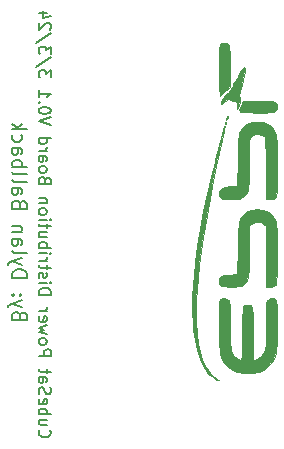
<source format=gbr>
%TF.GenerationSoftware,KiCad,Pcbnew,(6.0.5-0)*%
%TF.CreationDate,2024-03-03T20:53:33-05:00*%
%TF.ProjectId,power_PCB_v0.1,706f7765-725f-4504-9342-5f76302e312e,rev?*%
%TF.SameCoordinates,Original*%
%TF.FileFunction,Legend,Bot*%
%TF.FilePolarity,Positive*%
%FSLAX46Y46*%
G04 Gerber Fmt 4.6, Leading zero omitted, Abs format (unit mm)*
G04 Created by KiCad (PCBNEW (6.0.5-0)) date 2024-03-03 20:53:33*
%MOMM*%
%LPD*%
G01*
G04 APERTURE LIST*
%ADD10C,0.150000*%
%ADD11C,0.010000*%
G04 APERTURE END LIST*
D10*
X130735714Y-99635714D02*
X130678571Y-99464285D01*
X130621428Y-99407142D01*
X130507142Y-99350000D01*
X130335714Y-99350000D01*
X130221428Y-99407142D01*
X130164285Y-99464285D01*
X130107142Y-99578571D01*
X130107142Y-100035714D01*
X131307142Y-100035714D01*
X131307142Y-99635714D01*
X131250000Y-99521428D01*
X131192857Y-99464285D01*
X131078571Y-99407142D01*
X130964285Y-99407142D01*
X130850000Y-99464285D01*
X130792857Y-99521428D01*
X130735714Y-99635714D01*
X130735714Y-100035714D01*
X130907142Y-98950000D02*
X130107142Y-98664285D01*
X130907142Y-98378571D02*
X130107142Y-98664285D01*
X129821428Y-98778571D01*
X129764285Y-98835714D01*
X129707142Y-98950000D01*
X130221428Y-97921428D02*
X130164285Y-97864285D01*
X130107142Y-97921428D01*
X130164285Y-97978571D01*
X130221428Y-97921428D01*
X130107142Y-97921428D01*
X130850000Y-97921428D02*
X130792857Y-97864285D01*
X130735714Y-97921428D01*
X130792857Y-97978571D01*
X130850000Y-97921428D01*
X130735714Y-97921428D01*
X130107142Y-96435714D02*
X131307142Y-96435714D01*
X131307142Y-96150000D01*
X131250000Y-95978571D01*
X131135714Y-95864285D01*
X131021428Y-95807142D01*
X130792857Y-95750000D01*
X130621428Y-95750000D01*
X130392857Y-95807142D01*
X130278571Y-95864285D01*
X130164285Y-95978571D01*
X130107142Y-96150000D01*
X130107142Y-96435714D01*
X130907142Y-95350000D02*
X130107142Y-95064285D01*
X130907142Y-94778571D02*
X130107142Y-95064285D01*
X129821428Y-95178571D01*
X129764285Y-95235714D01*
X129707142Y-95350000D01*
X130107142Y-94150000D02*
X130164285Y-94264285D01*
X130278571Y-94321428D01*
X131307142Y-94321428D01*
X130107142Y-93178571D02*
X130735714Y-93178571D01*
X130850000Y-93235714D01*
X130907142Y-93350000D01*
X130907142Y-93578571D01*
X130850000Y-93692857D01*
X130164285Y-93178571D02*
X130107142Y-93292857D01*
X130107142Y-93578571D01*
X130164285Y-93692857D01*
X130278571Y-93750000D01*
X130392857Y-93750000D01*
X130507142Y-93692857D01*
X130564285Y-93578571D01*
X130564285Y-93292857D01*
X130621428Y-93178571D01*
X130907142Y-92607142D02*
X130107142Y-92607142D01*
X130792857Y-92607142D02*
X130850000Y-92550000D01*
X130907142Y-92435714D01*
X130907142Y-92264285D01*
X130850000Y-92150000D01*
X130735714Y-92092857D01*
X130107142Y-92092857D01*
X130735714Y-90207142D02*
X130678571Y-90035714D01*
X130621428Y-89978571D01*
X130507142Y-89921428D01*
X130335714Y-89921428D01*
X130221428Y-89978571D01*
X130164285Y-90035714D01*
X130107142Y-90150000D01*
X130107142Y-90607142D01*
X131307142Y-90607142D01*
X131307142Y-90207142D01*
X131250000Y-90092857D01*
X131192857Y-90035714D01*
X131078571Y-89978571D01*
X130964285Y-89978571D01*
X130850000Y-90035714D01*
X130792857Y-90092857D01*
X130735714Y-90207142D01*
X130735714Y-90607142D01*
X130107142Y-88892857D02*
X130735714Y-88892857D01*
X130850000Y-88950000D01*
X130907142Y-89064285D01*
X130907142Y-89292857D01*
X130850000Y-89407142D01*
X130164285Y-88892857D02*
X130107142Y-89007142D01*
X130107142Y-89292857D01*
X130164285Y-89407142D01*
X130278571Y-89464285D01*
X130392857Y-89464285D01*
X130507142Y-89407142D01*
X130564285Y-89292857D01*
X130564285Y-89007142D01*
X130621428Y-88892857D01*
X130107142Y-88150000D02*
X130164285Y-88264285D01*
X130278571Y-88321428D01*
X131307142Y-88321428D01*
X130107142Y-87521428D02*
X130164285Y-87635714D01*
X130278571Y-87692857D01*
X131307142Y-87692857D01*
X130107142Y-87064285D02*
X131307142Y-87064285D01*
X130850000Y-87064285D02*
X130907142Y-86950000D01*
X130907142Y-86721428D01*
X130850000Y-86607142D01*
X130792857Y-86550000D01*
X130678571Y-86492857D01*
X130335714Y-86492857D01*
X130221428Y-86550000D01*
X130164285Y-86607142D01*
X130107142Y-86721428D01*
X130107142Y-86950000D01*
X130164285Y-87064285D01*
X130107142Y-85464285D02*
X130735714Y-85464285D01*
X130850000Y-85521428D01*
X130907142Y-85635714D01*
X130907142Y-85864285D01*
X130850000Y-85978571D01*
X130164285Y-85464285D02*
X130107142Y-85578571D01*
X130107142Y-85864285D01*
X130164285Y-85978571D01*
X130278571Y-86035714D01*
X130392857Y-86035714D01*
X130507142Y-85978571D01*
X130564285Y-85864285D01*
X130564285Y-85578571D01*
X130621428Y-85464285D01*
X130164285Y-84378571D02*
X130107142Y-84492857D01*
X130107142Y-84721428D01*
X130164285Y-84835714D01*
X130221428Y-84892857D01*
X130335714Y-84950000D01*
X130678571Y-84950000D01*
X130792857Y-84892857D01*
X130850000Y-84835714D01*
X130907142Y-84721428D01*
X130907142Y-84492857D01*
X130850000Y-84378571D01*
X130107142Y-83864285D02*
X131307142Y-83864285D01*
X130564285Y-83750000D02*
X130107142Y-83407142D01*
X130907142Y-83407142D02*
X130450000Y-83864285D01*
X132442857Y-109354761D02*
X132395238Y-109402380D01*
X132347619Y-109545238D01*
X132347619Y-109640476D01*
X132395238Y-109783333D01*
X132490476Y-109878571D01*
X132585714Y-109926190D01*
X132776190Y-109973809D01*
X132919047Y-109973809D01*
X133109523Y-109926190D01*
X133204761Y-109878571D01*
X133300000Y-109783333D01*
X133347619Y-109640476D01*
X133347619Y-109545238D01*
X133300000Y-109402380D01*
X133252380Y-109354761D01*
X133014285Y-108497619D02*
X132347619Y-108497619D01*
X133014285Y-108926190D02*
X132490476Y-108926190D01*
X132395238Y-108878571D01*
X132347619Y-108783333D01*
X132347619Y-108640476D01*
X132395238Y-108545238D01*
X132442857Y-108497619D01*
X132347619Y-108021428D02*
X133347619Y-108021428D01*
X132966666Y-108021428D02*
X133014285Y-107926190D01*
X133014285Y-107735714D01*
X132966666Y-107640476D01*
X132919047Y-107592857D01*
X132823809Y-107545238D01*
X132538095Y-107545238D01*
X132442857Y-107592857D01*
X132395238Y-107640476D01*
X132347619Y-107735714D01*
X132347619Y-107926190D01*
X132395238Y-108021428D01*
X132395238Y-106735714D02*
X132347619Y-106830952D01*
X132347619Y-107021428D01*
X132395238Y-107116666D01*
X132490476Y-107164285D01*
X132871428Y-107164285D01*
X132966666Y-107116666D01*
X133014285Y-107021428D01*
X133014285Y-106830952D01*
X132966666Y-106735714D01*
X132871428Y-106688095D01*
X132776190Y-106688095D01*
X132680952Y-107164285D01*
X132395238Y-106307142D02*
X132347619Y-106164285D01*
X132347619Y-105926190D01*
X132395238Y-105830952D01*
X132442857Y-105783333D01*
X132538095Y-105735714D01*
X132633333Y-105735714D01*
X132728571Y-105783333D01*
X132776190Y-105830952D01*
X132823809Y-105926190D01*
X132871428Y-106116666D01*
X132919047Y-106211904D01*
X132966666Y-106259523D01*
X133061904Y-106307142D01*
X133157142Y-106307142D01*
X133252380Y-106259523D01*
X133300000Y-106211904D01*
X133347619Y-106116666D01*
X133347619Y-105878571D01*
X133300000Y-105735714D01*
X132347619Y-104878571D02*
X132871428Y-104878571D01*
X132966666Y-104926190D01*
X133014285Y-105021428D01*
X133014285Y-105211904D01*
X132966666Y-105307142D01*
X132395238Y-104878571D02*
X132347619Y-104973809D01*
X132347619Y-105211904D01*
X132395238Y-105307142D01*
X132490476Y-105354761D01*
X132585714Y-105354761D01*
X132680952Y-105307142D01*
X132728571Y-105211904D01*
X132728571Y-104973809D01*
X132776190Y-104878571D01*
X133014285Y-104545238D02*
X133014285Y-104164285D01*
X133347619Y-104402380D02*
X132490476Y-104402380D01*
X132395238Y-104354761D01*
X132347619Y-104259523D01*
X132347619Y-104164285D01*
X132347619Y-103069047D02*
X133347619Y-103069047D01*
X133347619Y-102688095D01*
X133300000Y-102592857D01*
X133252380Y-102545238D01*
X133157142Y-102497619D01*
X133014285Y-102497619D01*
X132919047Y-102545238D01*
X132871428Y-102592857D01*
X132823809Y-102688095D01*
X132823809Y-103069047D01*
X132347619Y-101926190D02*
X132395238Y-102021428D01*
X132442857Y-102069047D01*
X132538095Y-102116666D01*
X132823809Y-102116666D01*
X132919047Y-102069047D01*
X132966666Y-102021428D01*
X133014285Y-101926190D01*
X133014285Y-101783333D01*
X132966666Y-101688095D01*
X132919047Y-101640476D01*
X132823809Y-101592857D01*
X132538095Y-101592857D01*
X132442857Y-101640476D01*
X132395238Y-101688095D01*
X132347619Y-101783333D01*
X132347619Y-101926190D01*
X133014285Y-101259523D02*
X132347619Y-101069047D01*
X132823809Y-100878571D01*
X132347619Y-100688095D01*
X133014285Y-100497619D01*
X132395238Y-99735714D02*
X132347619Y-99830952D01*
X132347619Y-100021428D01*
X132395238Y-100116666D01*
X132490476Y-100164285D01*
X132871428Y-100164285D01*
X132966666Y-100116666D01*
X133014285Y-100021428D01*
X133014285Y-99830952D01*
X132966666Y-99735714D01*
X132871428Y-99688095D01*
X132776190Y-99688095D01*
X132680952Y-100164285D01*
X132347619Y-99259523D02*
X133014285Y-99259523D01*
X132823809Y-99259523D02*
X132919047Y-99211904D01*
X132966666Y-99164285D01*
X133014285Y-99069047D01*
X133014285Y-98973809D01*
X132347619Y-97878571D02*
X133347619Y-97878571D01*
X133347619Y-97640476D01*
X133300000Y-97497619D01*
X133204761Y-97402380D01*
X133109523Y-97354761D01*
X132919047Y-97307142D01*
X132776190Y-97307142D01*
X132585714Y-97354761D01*
X132490476Y-97402380D01*
X132395238Y-97497619D01*
X132347619Y-97640476D01*
X132347619Y-97878571D01*
X132347619Y-96878571D02*
X133014285Y-96878571D01*
X133347619Y-96878571D02*
X133300000Y-96926190D01*
X133252380Y-96878571D01*
X133300000Y-96830952D01*
X133347619Y-96878571D01*
X133252380Y-96878571D01*
X132395238Y-96450000D02*
X132347619Y-96354761D01*
X132347619Y-96164285D01*
X132395238Y-96069047D01*
X132490476Y-96021428D01*
X132538095Y-96021428D01*
X132633333Y-96069047D01*
X132680952Y-96164285D01*
X132680952Y-96307142D01*
X132728571Y-96402380D01*
X132823809Y-96450000D01*
X132871428Y-96450000D01*
X132966666Y-96402380D01*
X133014285Y-96307142D01*
X133014285Y-96164285D01*
X132966666Y-96069047D01*
X133014285Y-95735714D02*
X133014285Y-95354761D01*
X133347619Y-95592857D02*
X132490476Y-95592857D01*
X132395238Y-95545238D01*
X132347619Y-95450000D01*
X132347619Y-95354761D01*
X132347619Y-95021428D02*
X133014285Y-95021428D01*
X132823809Y-95021428D02*
X132919047Y-94973809D01*
X132966666Y-94926190D01*
X133014285Y-94830952D01*
X133014285Y-94735714D01*
X132347619Y-94402380D02*
X133014285Y-94402380D01*
X133347619Y-94402380D02*
X133300000Y-94450000D01*
X133252380Y-94402380D01*
X133300000Y-94354761D01*
X133347619Y-94402380D01*
X133252380Y-94402380D01*
X132347619Y-93926190D02*
X133347619Y-93926190D01*
X132966666Y-93926190D02*
X133014285Y-93830952D01*
X133014285Y-93640476D01*
X132966666Y-93545238D01*
X132919047Y-93497619D01*
X132823809Y-93450000D01*
X132538095Y-93450000D01*
X132442857Y-93497619D01*
X132395238Y-93545238D01*
X132347619Y-93640476D01*
X132347619Y-93830952D01*
X132395238Y-93926190D01*
X133014285Y-92592857D02*
X132347619Y-92592857D01*
X133014285Y-93021428D02*
X132490476Y-93021428D01*
X132395238Y-92973809D01*
X132347619Y-92878571D01*
X132347619Y-92735714D01*
X132395238Y-92640476D01*
X132442857Y-92592857D01*
X133014285Y-92259523D02*
X133014285Y-91878571D01*
X133347619Y-92116666D02*
X132490476Y-92116666D01*
X132395238Y-92069047D01*
X132347619Y-91973809D01*
X132347619Y-91878571D01*
X132347619Y-91545238D02*
X133014285Y-91545238D01*
X133347619Y-91545238D02*
X133300000Y-91592857D01*
X133252380Y-91545238D01*
X133300000Y-91497619D01*
X133347619Y-91545238D01*
X133252380Y-91545238D01*
X132347619Y-90926190D02*
X132395238Y-91021428D01*
X132442857Y-91069047D01*
X132538095Y-91116666D01*
X132823809Y-91116666D01*
X132919047Y-91069047D01*
X132966666Y-91021428D01*
X133014285Y-90926190D01*
X133014285Y-90783333D01*
X132966666Y-90688095D01*
X132919047Y-90640476D01*
X132823809Y-90592857D01*
X132538095Y-90592857D01*
X132442857Y-90640476D01*
X132395238Y-90688095D01*
X132347619Y-90783333D01*
X132347619Y-90926190D01*
X133014285Y-90164285D02*
X132347619Y-90164285D01*
X132919047Y-90164285D02*
X132966666Y-90116666D01*
X133014285Y-90021428D01*
X133014285Y-89878571D01*
X132966666Y-89783333D01*
X132871428Y-89735714D01*
X132347619Y-89735714D01*
X132871428Y-88164285D02*
X132823809Y-88021428D01*
X132776190Y-87973809D01*
X132680952Y-87926190D01*
X132538095Y-87926190D01*
X132442857Y-87973809D01*
X132395238Y-88021428D01*
X132347619Y-88116666D01*
X132347619Y-88497619D01*
X133347619Y-88497619D01*
X133347619Y-88164285D01*
X133300000Y-88069047D01*
X133252380Y-88021428D01*
X133157142Y-87973809D01*
X133061904Y-87973809D01*
X132966666Y-88021428D01*
X132919047Y-88069047D01*
X132871428Y-88164285D01*
X132871428Y-88497619D01*
X132347619Y-87354761D02*
X132395238Y-87450000D01*
X132442857Y-87497619D01*
X132538095Y-87545238D01*
X132823809Y-87545238D01*
X132919047Y-87497619D01*
X132966666Y-87450000D01*
X133014285Y-87354761D01*
X133014285Y-87211904D01*
X132966666Y-87116666D01*
X132919047Y-87069047D01*
X132823809Y-87021428D01*
X132538095Y-87021428D01*
X132442857Y-87069047D01*
X132395238Y-87116666D01*
X132347619Y-87211904D01*
X132347619Y-87354761D01*
X132347619Y-86164285D02*
X132871428Y-86164285D01*
X132966666Y-86211904D01*
X133014285Y-86307142D01*
X133014285Y-86497619D01*
X132966666Y-86592857D01*
X132395238Y-86164285D02*
X132347619Y-86259523D01*
X132347619Y-86497619D01*
X132395238Y-86592857D01*
X132490476Y-86640476D01*
X132585714Y-86640476D01*
X132680952Y-86592857D01*
X132728571Y-86497619D01*
X132728571Y-86259523D01*
X132776190Y-86164285D01*
X132347619Y-85688095D02*
X133014285Y-85688095D01*
X132823809Y-85688095D02*
X132919047Y-85640476D01*
X132966666Y-85592857D01*
X133014285Y-85497619D01*
X133014285Y-85402380D01*
X132347619Y-84640476D02*
X133347619Y-84640476D01*
X132395238Y-84640476D02*
X132347619Y-84735714D01*
X132347619Y-84926190D01*
X132395238Y-85021428D01*
X132442857Y-85069047D01*
X132538095Y-85116666D01*
X132823809Y-85116666D01*
X132919047Y-85069047D01*
X132966666Y-85021428D01*
X133014285Y-84926190D01*
X133014285Y-84735714D01*
X132966666Y-84640476D01*
X133347619Y-83545238D02*
X132347619Y-83211904D01*
X133347619Y-82878571D01*
X133347619Y-82354761D02*
X133347619Y-82259523D01*
X133300000Y-82164285D01*
X133252380Y-82116666D01*
X133157142Y-82069047D01*
X132966666Y-82021428D01*
X132728571Y-82021428D01*
X132538095Y-82069047D01*
X132442857Y-82116666D01*
X132395238Y-82164285D01*
X132347619Y-82259523D01*
X132347619Y-82354761D01*
X132395238Y-82450000D01*
X132442857Y-82497619D01*
X132538095Y-82545238D01*
X132728571Y-82592857D01*
X132966666Y-82592857D01*
X133157142Y-82545238D01*
X133252380Y-82497619D01*
X133300000Y-82450000D01*
X133347619Y-82354761D01*
X132442857Y-81592857D02*
X132395238Y-81545238D01*
X132347619Y-81592857D01*
X132395238Y-81640476D01*
X132442857Y-81592857D01*
X132347619Y-81592857D01*
X132347619Y-80592857D02*
X132347619Y-81164285D01*
X132347619Y-80878571D02*
X133347619Y-80878571D01*
X133204761Y-80973809D01*
X133109523Y-81069047D01*
X133061904Y-81164285D01*
X133347619Y-79497619D02*
X133347619Y-78878571D01*
X132966666Y-79211904D01*
X132966666Y-79069047D01*
X132919047Y-78973809D01*
X132871428Y-78926190D01*
X132776190Y-78878571D01*
X132538095Y-78878571D01*
X132442857Y-78926190D01*
X132395238Y-78973809D01*
X132347619Y-79069047D01*
X132347619Y-79354761D01*
X132395238Y-79450000D01*
X132442857Y-79497619D01*
X133395238Y-77735714D02*
X132109523Y-78592857D01*
X133347619Y-77497619D02*
X133347619Y-76878571D01*
X132966666Y-77211904D01*
X132966666Y-77069047D01*
X132919047Y-76973809D01*
X132871428Y-76926190D01*
X132776190Y-76878571D01*
X132538095Y-76878571D01*
X132442857Y-76926190D01*
X132395238Y-76973809D01*
X132347619Y-77069047D01*
X132347619Y-77354761D01*
X132395238Y-77450000D01*
X132442857Y-77497619D01*
X133395238Y-75735714D02*
X132109523Y-76592857D01*
X133252380Y-75450000D02*
X133300000Y-75402380D01*
X133347619Y-75307142D01*
X133347619Y-75069047D01*
X133300000Y-74973809D01*
X133252380Y-74926190D01*
X133157142Y-74878571D01*
X133061904Y-74878571D01*
X132919047Y-74926190D01*
X132347619Y-75497619D01*
X132347619Y-74878571D01*
X133014285Y-74021428D02*
X132347619Y-74021428D01*
X133395238Y-74259523D02*
X132680952Y-74497619D01*
X132680952Y-73878571D01*
%TO.C,G\u002A\u002A\u002A*%
G36*
X148142862Y-76551210D02*
G01*
X148272712Y-76589580D01*
X148369771Y-76680693D01*
X148438709Y-76843969D01*
X148484197Y-77098829D01*
X148510905Y-77464694D01*
X148523505Y-77960983D01*
X148526667Y-78607119D01*
X148526667Y-80292560D01*
X148129292Y-80662613D01*
X147934647Y-80841500D01*
X147778858Y-80979744D01*
X147711582Y-81032666D01*
X147687870Y-80968461D01*
X147655977Y-80799833D01*
X147651214Y-80752463D01*
X147640407Y-80535876D01*
X147630059Y-80190204D01*
X147620796Y-79743357D01*
X147613241Y-79223242D01*
X147608020Y-78657766D01*
X147606246Y-78370820D01*
X147605114Y-77783348D01*
X147611645Y-77337620D01*
X147629750Y-77014092D01*
X147663341Y-76793216D01*
X147716329Y-76655449D01*
X147792627Y-76581243D01*
X147896147Y-76551053D01*
X148030800Y-76545333D01*
X148142862Y-76551210D01*
G37*
D11*
X148142862Y-76551210D02*
X148272712Y-76589580D01*
X148369771Y-76680693D01*
X148438709Y-76843969D01*
X148484197Y-77098829D01*
X148510905Y-77464694D01*
X148523505Y-77960983D01*
X148526667Y-78607119D01*
X148526667Y-80292560D01*
X148129292Y-80662613D01*
X147934647Y-80841500D01*
X147778858Y-80979744D01*
X147711582Y-81032666D01*
X147687870Y-80968461D01*
X147655977Y-80799833D01*
X147651214Y-80752463D01*
X147640407Y-80535876D01*
X147630059Y-80190204D01*
X147620796Y-79743357D01*
X147613241Y-79223242D01*
X147608020Y-78657766D01*
X147606246Y-78370820D01*
X147605114Y-77783348D01*
X147611645Y-77337620D01*
X147629750Y-77014092D01*
X147663341Y-76793216D01*
X147716329Y-76655449D01*
X147792627Y-76581243D01*
X147896147Y-76551053D01*
X148030800Y-76545333D01*
X148142862Y-76551210D01*
G36*
X151352019Y-83298233D02*
G01*
X151782037Y-83450429D01*
X152102647Y-83712217D01*
X152334502Y-84096362D01*
X152367446Y-84176241D01*
X152410182Y-84303804D01*
X152443142Y-84452798D01*
X152467585Y-84644352D01*
X152484765Y-84899594D01*
X152495941Y-85239652D01*
X152502367Y-85685656D01*
X152505302Y-86258734D01*
X152506000Y-86980013D01*
X152505535Y-87702282D01*
X152501882Y-88317378D01*
X152491637Y-88796518D01*
X152471395Y-89156856D01*
X152437752Y-89415547D01*
X152387302Y-89589745D01*
X152316642Y-89696604D01*
X152222366Y-89753278D01*
X152101071Y-89776923D01*
X151949350Y-89784692D01*
X151617000Y-89795666D01*
X151574667Y-87213333D01*
X151570141Y-86955447D01*
X151556500Y-86326377D01*
X151540566Y-85758931D01*
X151523178Y-85274650D01*
X151505171Y-84895074D01*
X151487383Y-84641741D01*
X151470650Y-84536191D01*
X151403409Y-84466325D01*
X151185777Y-84350329D01*
X150919800Y-84281356D01*
X150685157Y-84284896D01*
X150511504Y-84356730D01*
X150302514Y-84506153D01*
X150297967Y-84510736D01*
X150247025Y-84572278D01*
X150207968Y-84654376D01*
X150179224Y-84778283D01*
X150159222Y-84965253D01*
X150146391Y-85236539D01*
X150139158Y-85613396D01*
X150135952Y-86117076D01*
X150135202Y-86768833D01*
X150134345Y-87272173D01*
X150128216Y-87884711D01*
X150112730Y-88363614D01*
X150083900Y-88730126D01*
X150037739Y-89005490D01*
X149970260Y-89210948D01*
X149877477Y-89367743D01*
X149755403Y-89497117D01*
X149600051Y-89620315D01*
X149585073Y-89631129D01*
X149436785Y-89714760D01*
X149252497Y-89764884D01*
X148987867Y-89789265D01*
X148598554Y-89795666D01*
X148448024Y-89795159D01*
X148124928Y-89786161D01*
X147920173Y-89760509D01*
X147796254Y-89711221D01*
X147715670Y-89631318D01*
X147640956Y-89480401D01*
X147595334Y-89242273D01*
X147596517Y-89197816D01*
X147654570Y-88986408D01*
X147815234Y-88844215D01*
X148099613Y-88759432D01*
X148528811Y-88720260D01*
X149161667Y-88695000D01*
X149204000Y-86493666D01*
X149207279Y-86324722D01*
X149220728Y-85687939D01*
X149234387Y-85192864D01*
X149250278Y-84817054D01*
X149270423Y-84538065D01*
X149296846Y-84333451D01*
X149331568Y-84180770D01*
X149376613Y-84057575D01*
X149434002Y-83941423D01*
X149593199Y-83706117D01*
X149939706Y-83426870D01*
X150396259Y-83274894D01*
X150964536Y-83249431D01*
X151352019Y-83298233D01*
G37*
X151352019Y-83298233D02*
X151782037Y-83450429D01*
X152102647Y-83712217D01*
X152334502Y-84096362D01*
X152367446Y-84176241D01*
X152410182Y-84303804D01*
X152443142Y-84452798D01*
X152467585Y-84644352D01*
X152484765Y-84899594D01*
X152495941Y-85239652D01*
X152502367Y-85685656D01*
X152505302Y-86258734D01*
X152506000Y-86980013D01*
X152505535Y-87702282D01*
X152501882Y-88317378D01*
X152491637Y-88796518D01*
X152471395Y-89156856D01*
X152437752Y-89415547D01*
X152387302Y-89589745D01*
X152316642Y-89696604D01*
X152222366Y-89753278D01*
X152101071Y-89776923D01*
X151949350Y-89784692D01*
X151617000Y-89795666D01*
X151574667Y-87213333D01*
X151570141Y-86955447D01*
X151556500Y-86326377D01*
X151540566Y-85758931D01*
X151523178Y-85274650D01*
X151505171Y-84895074D01*
X151487383Y-84641741D01*
X151470650Y-84536191D01*
X151403409Y-84466325D01*
X151185777Y-84350329D01*
X150919800Y-84281356D01*
X150685157Y-84284896D01*
X150511504Y-84356730D01*
X150302514Y-84506153D01*
X150297967Y-84510736D01*
X150247025Y-84572278D01*
X150207968Y-84654376D01*
X150179224Y-84778283D01*
X150159222Y-84965253D01*
X150146391Y-85236539D01*
X150139158Y-85613396D01*
X150135952Y-86117076D01*
X150135202Y-86768833D01*
X150134345Y-87272173D01*
X150128216Y-87884711D01*
X150112730Y-88363614D01*
X150083900Y-88730126D01*
X150037739Y-89005490D01*
X149970260Y-89210948D01*
X149877477Y-89367743D01*
X149755403Y-89497117D01*
X149600051Y-89620315D01*
X149585073Y-89631129D01*
X149436785Y-89714760D01*
X149252497Y-89764884D01*
X148987867Y-89789265D01*
X148598554Y-89795666D01*
X148448024Y-89795159D01*
X148124928Y-89786161D01*
X147920173Y-89760509D01*
X147796254Y-89711221D01*
X147715670Y-89631318D01*
X147640956Y-89480401D01*
X147595334Y-89242273D01*
X147596517Y-89197816D01*
X147654570Y-88986408D01*
X147815234Y-88844215D01*
X148099613Y-88759432D01*
X148528811Y-88720260D01*
X149161667Y-88695000D01*
X149204000Y-86493666D01*
X149207279Y-86324722D01*
X149220728Y-85687939D01*
X149234387Y-85192864D01*
X149250278Y-84817054D01*
X149270423Y-84538065D01*
X149296846Y-84333451D01*
X149331568Y-84180770D01*
X149376613Y-84057575D01*
X149434002Y-83941423D01*
X149593199Y-83706117D01*
X149939706Y-83426870D01*
X150396259Y-83274894D01*
X150964536Y-83249431D01*
X151352019Y-83298233D01*
G36*
X149797849Y-78769328D02*
G01*
X149796431Y-79000455D01*
X149752313Y-79317756D01*
X149667572Y-79696011D01*
X149544285Y-80109999D01*
X149483890Y-80295486D01*
X149377315Y-80680764D01*
X149332490Y-80975301D01*
X149341294Y-81223655D01*
X149353383Y-81465075D01*
X149261916Y-81879833D01*
X149133147Y-82175666D01*
X149124944Y-81921666D01*
X149124597Y-81911585D01*
X149085887Y-81657772D01*
X148971621Y-81528285D01*
X148748441Y-81484382D01*
X148563793Y-81445949D01*
X148434633Y-81359413D01*
X148372268Y-81317977D01*
X148252822Y-81370513D01*
X148054955Y-81541645D01*
X147919157Y-81669280D01*
X147809859Y-81757413D01*
X147780878Y-81740087D01*
X147808568Y-81625333D01*
X147874442Y-81418091D01*
X147982986Y-81164437D01*
X148123252Y-80975098D01*
X148335379Y-80786129D01*
X148412972Y-80718005D01*
X148632477Y-80463246D01*
X148774327Y-80206459D01*
X148791400Y-80159896D01*
X148895191Y-79924464D01*
X148993094Y-79762666D01*
X149050994Y-79680411D01*
X149176219Y-79468666D01*
X149314744Y-79207015D01*
X149408124Y-79032759D01*
X149551455Y-78803180D01*
X149663062Y-78667481D01*
X149664279Y-78666479D01*
X149754490Y-78649596D01*
X149797849Y-78769328D01*
G37*
X149797849Y-78769328D02*
X149796431Y-79000455D01*
X149752313Y-79317756D01*
X149667572Y-79696011D01*
X149544285Y-80109999D01*
X149483890Y-80295486D01*
X149377315Y-80680764D01*
X149332490Y-80975301D01*
X149341294Y-81223655D01*
X149353383Y-81465075D01*
X149261916Y-81879833D01*
X149133147Y-82175666D01*
X149124944Y-81921666D01*
X149124597Y-81911585D01*
X149085887Y-81657772D01*
X148971621Y-81528285D01*
X148748441Y-81484382D01*
X148563793Y-81445949D01*
X148434633Y-81359413D01*
X148372268Y-81317977D01*
X148252822Y-81370513D01*
X148054955Y-81541645D01*
X147919157Y-81669280D01*
X147809859Y-81757413D01*
X147780878Y-81740087D01*
X147808568Y-81625333D01*
X147874442Y-81418091D01*
X147982986Y-81164437D01*
X148123252Y-80975098D01*
X148335379Y-80786129D01*
X148412972Y-80718005D01*
X148632477Y-80463246D01*
X148774327Y-80206459D01*
X148791400Y-80159896D01*
X148895191Y-79924464D01*
X148993094Y-79762666D01*
X149050994Y-79680411D01*
X149176219Y-79468666D01*
X149314744Y-79207015D01*
X149408124Y-79032759D01*
X149551455Y-78803180D01*
X149663062Y-78667481D01*
X149664279Y-78666479D01*
X149754490Y-78649596D01*
X149797849Y-78769328D01*
G36*
X152372953Y-98268381D02*
G01*
X152398797Y-98316266D01*
X152442809Y-98524614D01*
X152477073Y-98860449D01*
X152501667Y-99296120D01*
X152516669Y-99803977D01*
X152522155Y-100356366D01*
X152518202Y-100925638D01*
X152504889Y-101484142D01*
X152482293Y-102004225D01*
X152450490Y-102458238D01*
X152409557Y-102818528D01*
X152359573Y-103057444D01*
X152248637Y-103328574D01*
X151934442Y-103782747D01*
X151506774Y-104143827D01*
X150990172Y-104401198D01*
X150409177Y-104544246D01*
X149788329Y-104562355D01*
X149152169Y-104444907D01*
X148665586Y-104226802D01*
X148222040Y-103873587D01*
X147880881Y-103426503D01*
X147674503Y-102919000D01*
X147660405Y-102806352D01*
X147644074Y-102535128D01*
X147629516Y-102141698D01*
X147617482Y-101652026D01*
X147608726Y-101092076D01*
X147604000Y-100487812D01*
X147603096Y-100248664D01*
X147601802Y-99636537D01*
X147603706Y-99167026D01*
X147610178Y-98820097D01*
X147622592Y-98575716D01*
X147642319Y-98413848D01*
X147670732Y-98314459D01*
X147709202Y-98257514D01*
X147759101Y-98222979D01*
X147888364Y-98166014D01*
X148131574Y-98155707D01*
X148357334Y-98304666D01*
X148406429Y-98360659D01*
X148448585Y-98438725D01*
X148479566Y-98554845D01*
X148501081Y-98730899D01*
X148514839Y-98988765D01*
X148522550Y-99350324D01*
X148525923Y-99837455D01*
X148526667Y-100472038D01*
X148527286Y-100893031D01*
X148533224Y-101511533D01*
X148549206Y-101994684D01*
X148579746Y-102364120D01*
X148629356Y-102641478D01*
X148702550Y-102848393D01*
X148803839Y-103006500D01*
X148937736Y-103137436D01*
X149108755Y-103262837D01*
X149188652Y-103315738D01*
X149371894Y-103425596D01*
X149473767Y-103469333D01*
X149474463Y-103469187D01*
X149491462Y-103381579D01*
X149508454Y-103147346D01*
X149524619Y-102788288D01*
X149539137Y-102326203D01*
X149551186Y-101782891D01*
X149559947Y-101180150D01*
X149563483Y-100857920D01*
X149571768Y-100217891D01*
X149583058Y-99721197D01*
X149601028Y-99349642D01*
X149629352Y-99085032D01*
X149671705Y-98909170D01*
X149731762Y-98803861D01*
X149813197Y-98750909D01*
X149919685Y-98732120D01*
X150054900Y-98729296D01*
X150060248Y-98729268D01*
X150180897Y-98734164D01*
X150275480Y-98762296D01*
X150347168Y-98831925D01*
X150399130Y-98961314D01*
X150434536Y-99168724D01*
X150456556Y-99472418D01*
X150468361Y-99890658D01*
X150473119Y-100441705D01*
X150474000Y-101143822D01*
X150475727Y-101695594D01*
X150481149Y-102239924D01*
X150489725Y-102706569D01*
X150500900Y-103072617D01*
X150514122Y-103315158D01*
X150528836Y-103411280D01*
X150536567Y-103417842D01*
X150664467Y-103418501D01*
X150855530Y-103321642D01*
X151069520Y-103157638D01*
X151266198Y-102956861D01*
X151405326Y-102749682D01*
X151434223Y-102687289D01*
X151482127Y-102558850D01*
X151517794Y-102406441D01*
X151542999Y-102205836D01*
X151559514Y-101932809D01*
X151569115Y-101563133D01*
X151573575Y-101072584D01*
X151574667Y-100436935D01*
X151575154Y-99908036D01*
X151578029Y-99402467D01*
X151585060Y-99025914D01*
X151598002Y-98756272D01*
X151618612Y-98571432D01*
X151648644Y-98449290D01*
X151689855Y-98367737D01*
X151744000Y-98304666D01*
X151908073Y-98185021D01*
X152150637Y-98147060D01*
X152372953Y-98268381D01*
G37*
X152372953Y-98268381D02*
X152398797Y-98316266D01*
X152442809Y-98524614D01*
X152477073Y-98860449D01*
X152501667Y-99296120D01*
X152516669Y-99803977D01*
X152522155Y-100356366D01*
X152518202Y-100925638D01*
X152504889Y-101484142D01*
X152482293Y-102004225D01*
X152450490Y-102458238D01*
X152409557Y-102818528D01*
X152359573Y-103057444D01*
X152248637Y-103328574D01*
X151934442Y-103782747D01*
X151506774Y-104143827D01*
X150990172Y-104401198D01*
X150409177Y-104544246D01*
X149788329Y-104562355D01*
X149152169Y-104444907D01*
X148665586Y-104226802D01*
X148222040Y-103873587D01*
X147880881Y-103426503D01*
X147674503Y-102919000D01*
X147660405Y-102806352D01*
X147644074Y-102535128D01*
X147629516Y-102141698D01*
X147617482Y-101652026D01*
X147608726Y-101092076D01*
X147604000Y-100487812D01*
X147603096Y-100248664D01*
X147601802Y-99636537D01*
X147603706Y-99167026D01*
X147610178Y-98820097D01*
X147622592Y-98575716D01*
X147642319Y-98413848D01*
X147670732Y-98314459D01*
X147709202Y-98257514D01*
X147759101Y-98222979D01*
X147888364Y-98166014D01*
X148131574Y-98155707D01*
X148357334Y-98304666D01*
X148406429Y-98360659D01*
X148448585Y-98438725D01*
X148479566Y-98554845D01*
X148501081Y-98730899D01*
X148514839Y-98988765D01*
X148522550Y-99350324D01*
X148525923Y-99837455D01*
X148526667Y-100472038D01*
X148527286Y-100893031D01*
X148533224Y-101511533D01*
X148549206Y-101994684D01*
X148579746Y-102364120D01*
X148629356Y-102641478D01*
X148702550Y-102848393D01*
X148803839Y-103006500D01*
X148937736Y-103137436D01*
X149108755Y-103262837D01*
X149188652Y-103315738D01*
X149371894Y-103425596D01*
X149473767Y-103469333D01*
X149474463Y-103469187D01*
X149491462Y-103381579D01*
X149508454Y-103147346D01*
X149524619Y-102788288D01*
X149539137Y-102326203D01*
X149551186Y-101782891D01*
X149559947Y-101180150D01*
X149563483Y-100857920D01*
X149571768Y-100217891D01*
X149583058Y-99721197D01*
X149601028Y-99349642D01*
X149629352Y-99085032D01*
X149671705Y-98909170D01*
X149731762Y-98803861D01*
X149813197Y-98750909D01*
X149919685Y-98732120D01*
X150054900Y-98729296D01*
X150060248Y-98729268D01*
X150180897Y-98734164D01*
X150275480Y-98762296D01*
X150347168Y-98831925D01*
X150399130Y-98961314D01*
X150434536Y-99168724D01*
X150456556Y-99472418D01*
X150468361Y-99890658D01*
X150473119Y-100441705D01*
X150474000Y-101143822D01*
X150475727Y-101695594D01*
X150481149Y-102239924D01*
X150489725Y-102706569D01*
X150500900Y-103072617D01*
X150514122Y-103315158D01*
X150528836Y-103411280D01*
X150536567Y-103417842D01*
X150664467Y-103418501D01*
X150855530Y-103321642D01*
X151069520Y-103157638D01*
X151266198Y-102956861D01*
X151405326Y-102749682D01*
X151434223Y-102687289D01*
X151482127Y-102558850D01*
X151517794Y-102406441D01*
X151542999Y-102205836D01*
X151559514Y-101932809D01*
X151569115Y-101563133D01*
X151573575Y-101072584D01*
X151574667Y-100436935D01*
X151575154Y-99908036D01*
X151578029Y-99402467D01*
X151585060Y-99025914D01*
X151598002Y-98756272D01*
X151618612Y-98571432D01*
X151648644Y-98449290D01*
X151689855Y-98367737D01*
X151744000Y-98304666D01*
X151908073Y-98185021D01*
X152150637Y-98147060D01*
X152372953Y-98268381D01*
G36*
X148336159Y-82842829D02*
G01*
X148272667Y-83022333D01*
X148219422Y-83115297D01*
X148195248Y-83064666D01*
X148202467Y-82991408D01*
X148272667Y-82810666D01*
X148296716Y-82776421D01*
X148344176Y-82750213D01*
X148336159Y-82842829D01*
G37*
X148336159Y-82842829D02*
X148272667Y-83022333D01*
X148219422Y-83115297D01*
X148195248Y-83064666D01*
X148202467Y-82991408D01*
X148272667Y-82810666D01*
X148296716Y-82776421D01*
X148344176Y-82750213D01*
X148336159Y-82842829D01*
G36*
X148171264Y-83286884D02*
G01*
X148161171Y-83419208D01*
X148130695Y-83458398D01*
X148110018Y-83368055D01*
X148116005Y-83282181D01*
X148154487Y-83256930D01*
X148171264Y-83286884D01*
G37*
X148171264Y-83286884D02*
X148161171Y-83419208D01*
X148130695Y-83458398D01*
X148110018Y-83368055D01*
X148116005Y-83282181D01*
X148154487Y-83256930D01*
X148171264Y-83286884D01*
G36*
X148067343Y-83593120D02*
G01*
X148071530Y-83610184D01*
X148059171Y-83757693D01*
X148015714Y-84028074D01*
X147946492Y-84390398D01*
X147856841Y-84813731D01*
X147784475Y-85141757D01*
X147385809Y-86982966D01*
X147033392Y-88675870D01*
X146725517Y-90232443D01*
X146460472Y-91664660D01*
X146236550Y-92984498D01*
X146052038Y-94203932D01*
X145905229Y-95334937D01*
X145794412Y-96389488D01*
X145717877Y-97379562D01*
X145673915Y-98317132D01*
X145660816Y-99214175D01*
X145676870Y-100082666D01*
X145677877Y-100111013D01*
X145735505Y-101112120D01*
X145834060Y-101969434D01*
X145978797Y-102704169D01*
X146174972Y-103337537D01*
X146427839Y-103890755D01*
X146742654Y-104385034D01*
X146838551Y-104504450D01*
X147078617Y-104749157D01*
X147307155Y-104924696D01*
X147376319Y-104967408D01*
X147522602Y-105076836D01*
X147561069Y-105140487D01*
X147470999Y-105129876D01*
X147293134Y-105039551D01*
X147073040Y-104897104D01*
X146855160Y-104731378D01*
X146683935Y-104571217D01*
X146587298Y-104456467D01*
X146258623Y-103946678D01*
X145966360Y-103306036D01*
X145720484Y-102563341D01*
X145530971Y-101747396D01*
X145407798Y-100887000D01*
X145362863Y-100321699D01*
X145325842Y-99270677D01*
X145337556Y-98142986D01*
X145398139Y-96992333D01*
X145446788Y-96413423D01*
X145587574Y-95127196D01*
X145777759Y-93740461D01*
X146010439Y-92292184D01*
X146278712Y-90821333D01*
X146575673Y-89366874D01*
X146894421Y-87967774D01*
X147228051Y-86663000D01*
X147259042Y-86548735D01*
X147375777Y-86112594D01*
X147501134Y-85636990D01*
X147627679Y-85150943D01*
X147747977Y-84683471D01*
X147854593Y-84263593D01*
X147940093Y-83920330D01*
X147997041Y-83682700D01*
X148018002Y-83579722D01*
X148018528Y-83575439D01*
X148067343Y-83593120D01*
G37*
X148067343Y-83593120D02*
X148071530Y-83610184D01*
X148059171Y-83757693D01*
X148015714Y-84028074D01*
X147946492Y-84390398D01*
X147856841Y-84813731D01*
X147784475Y-85141757D01*
X147385809Y-86982966D01*
X147033392Y-88675870D01*
X146725517Y-90232443D01*
X146460472Y-91664660D01*
X146236550Y-92984498D01*
X146052038Y-94203932D01*
X145905229Y-95334937D01*
X145794412Y-96389488D01*
X145717877Y-97379562D01*
X145673915Y-98317132D01*
X145660816Y-99214175D01*
X145676870Y-100082666D01*
X145677877Y-100111013D01*
X145735505Y-101112120D01*
X145834060Y-101969434D01*
X145978797Y-102704169D01*
X146174972Y-103337537D01*
X146427839Y-103890755D01*
X146742654Y-104385034D01*
X146838551Y-104504450D01*
X147078617Y-104749157D01*
X147307155Y-104924696D01*
X147376319Y-104967408D01*
X147522602Y-105076836D01*
X147561069Y-105140487D01*
X147470999Y-105129876D01*
X147293134Y-105039551D01*
X147073040Y-104897104D01*
X146855160Y-104731378D01*
X146683935Y-104571217D01*
X146587298Y-104456467D01*
X146258623Y-103946678D01*
X145966360Y-103306036D01*
X145720484Y-102563341D01*
X145530971Y-101747396D01*
X145407798Y-100887000D01*
X145362863Y-100321699D01*
X145325842Y-99270677D01*
X145337556Y-98142986D01*
X145398139Y-96992333D01*
X145446788Y-96413423D01*
X145587574Y-95127196D01*
X145777759Y-93740461D01*
X146010439Y-92292184D01*
X146278712Y-90821333D01*
X146575673Y-89366874D01*
X146894421Y-87967774D01*
X147228051Y-86663000D01*
X147259042Y-86548735D01*
X147375777Y-86112594D01*
X147501134Y-85636990D01*
X147627679Y-85150943D01*
X147747977Y-84683471D01*
X147854593Y-84263593D01*
X147940093Y-83920330D01*
X147997041Y-83682700D01*
X148018002Y-83579722D01*
X148018528Y-83575439D01*
X148067343Y-83593120D01*
G36*
X151258792Y-90681547D02*
G01*
X151659334Y-90815423D01*
X151684974Y-90828987D01*
X151997574Y-91064314D01*
X152262441Y-91378815D01*
X152423001Y-91706481D01*
X152439502Y-91800314D01*
X152461296Y-92062193D01*
X152478731Y-92443268D01*
X152491829Y-92917315D01*
X152500614Y-93458108D01*
X152505109Y-94039420D01*
X152505336Y-94635027D01*
X152501318Y-95218703D01*
X152493078Y-95764224D01*
X152480639Y-96245362D01*
X152464023Y-96635893D01*
X152443254Y-96909592D01*
X152418355Y-97040233D01*
X152370070Y-97106905D01*
X152219728Y-97182569D01*
X151952688Y-97204000D01*
X151574667Y-97204000D01*
X151574667Y-92116303D01*
X151366849Y-91908485D01*
X151178021Y-91769759D01*
X150855001Y-91700666D01*
X150617802Y-91734914D01*
X150343152Y-91908485D01*
X150135334Y-92116303D01*
X150135334Y-94197204D01*
X150134711Y-94633877D01*
X150129212Y-95264551D01*
X150115010Y-95758760D01*
X150088496Y-96137286D01*
X150046065Y-96420913D01*
X149984108Y-96630422D01*
X149899018Y-96786598D01*
X149787188Y-96910223D01*
X149645010Y-97022080D01*
X149591208Y-97058452D01*
X149440552Y-97133261D01*
X149250944Y-97177508D01*
X148978993Y-97198614D01*
X148581304Y-97204000D01*
X148419006Y-97203443D01*
X148085415Y-97194670D01*
X147874684Y-97170872D01*
X147753058Y-97126456D01*
X147686782Y-97055833D01*
X147634669Y-96924047D01*
X147599205Y-96696000D01*
X147608714Y-96532576D01*
X147669619Y-96377454D01*
X147812355Y-96279781D01*
X148066056Y-96222362D01*
X148459855Y-96188000D01*
X149161667Y-96145666D01*
X149204000Y-93902000D01*
X149209760Y-93596702D01*
X149223162Y-92958492D01*
X149239223Y-92458393D01*
X149262508Y-92074265D01*
X149297583Y-91783965D01*
X149349013Y-91565352D01*
X149421363Y-91396283D01*
X149519199Y-91254618D01*
X149647086Y-91118213D01*
X149809590Y-90964928D01*
X149989843Y-90836811D01*
X150369642Y-90696638D01*
X150810760Y-90643418D01*
X151258792Y-90681547D01*
G37*
X151258792Y-90681547D02*
X151659334Y-90815423D01*
X151684974Y-90828987D01*
X151997574Y-91064314D01*
X152262441Y-91378815D01*
X152423001Y-91706481D01*
X152439502Y-91800314D01*
X152461296Y-92062193D01*
X152478731Y-92443268D01*
X152491829Y-92917315D01*
X152500614Y-93458108D01*
X152505109Y-94039420D01*
X152505336Y-94635027D01*
X152501318Y-95218703D01*
X152493078Y-95764224D01*
X152480639Y-96245362D01*
X152464023Y-96635893D01*
X152443254Y-96909592D01*
X152418355Y-97040233D01*
X152370070Y-97106905D01*
X152219728Y-97182569D01*
X151952688Y-97204000D01*
X151574667Y-97204000D01*
X151574667Y-92116303D01*
X151366849Y-91908485D01*
X151178021Y-91769759D01*
X150855001Y-91700666D01*
X150617802Y-91734914D01*
X150343152Y-91908485D01*
X150135334Y-92116303D01*
X150135334Y-94197204D01*
X150134711Y-94633877D01*
X150129212Y-95264551D01*
X150115010Y-95758760D01*
X150088496Y-96137286D01*
X150046065Y-96420913D01*
X149984108Y-96630422D01*
X149899018Y-96786598D01*
X149787188Y-96910223D01*
X149645010Y-97022080D01*
X149591208Y-97058452D01*
X149440552Y-97133261D01*
X149250944Y-97177508D01*
X148978993Y-97198614D01*
X148581304Y-97204000D01*
X148419006Y-97203443D01*
X148085415Y-97194670D01*
X147874684Y-97170872D01*
X147753058Y-97126456D01*
X147686782Y-97055833D01*
X147634669Y-96924047D01*
X147599205Y-96696000D01*
X147608714Y-96532576D01*
X147669619Y-96377454D01*
X147812355Y-96279781D01*
X148066056Y-96222362D01*
X148459855Y-96188000D01*
X149161667Y-96145666D01*
X149204000Y-93902000D01*
X149209760Y-93596702D01*
X149223162Y-92958492D01*
X149239223Y-92458393D01*
X149262508Y-92074265D01*
X149297583Y-91783965D01*
X149349013Y-91565352D01*
X149421363Y-91396283D01*
X149519199Y-91254618D01*
X149647086Y-91118213D01*
X149809590Y-90964928D01*
X149989843Y-90836811D01*
X150369642Y-90696638D01*
X150810760Y-90643418D01*
X151258792Y-90681547D01*
G36*
X151390535Y-81458412D02*
G01*
X151824466Y-81472100D01*
X152129399Y-81504387D01*
X152327676Y-81562496D01*
X152441640Y-81653653D01*
X152493634Y-81785079D01*
X152506000Y-81964000D01*
X152496411Y-82127472D01*
X152450374Y-82261871D01*
X152345704Y-82356159D01*
X152160278Y-82417325D01*
X151871969Y-82452360D01*
X151458655Y-82468255D01*
X150898211Y-82472000D01*
X150625347Y-82470927D01*
X150183658Y-82464383D01*
X149813907Y-82452888D01*
X149548556Y-82437590D01*
X149420069Y-82419640D01*
X149404287Y-82413134D01*
X149337455Y-82356061D01*
X149330045Y-82247011D01*
X149386573Y-82052375D01*
X149511553Y-81738541D01*
X149629606Y-81456000D01*
X150934756Y-81456000D01*
X151390535Y-81458412D01*
G37*
X151390535Y-81458412D02*
X151824466Y-81472100D01*
X152129399Y-81504387D01*
X152327676Y-81562496D01*
X152441640Y-81653653D01*
X152493634Y-81785079D01*
X152506000Y-81964000D01*
X152496411Y-82127472D01*
X152450374Y-82261871D01*
X152345704Y-82356159D01*
X152160278Y-82417325D01*
X151871969Y-82452360D01*
X151458655Y-82468255D01*
X150898211Y-82472000D01*
X150625347Y-82470927D01*
X150183658Y-82464383D01*
X149813907Y-82452888D01*
X149548556Y-82437590D01*
X149420069Y-82419640D01*
X149404287Y-82413134D01*
X149337455Y-82356061D01*
X149330045Y-82247011D01*
X149386573Y-82052375D01*
X149511553Y-81738541D01*
X149629606Y-81456000D01*
X150934756Y-81456000D01*
X151390535Y-81458412D01*
%TD*%
M02*

</source>
